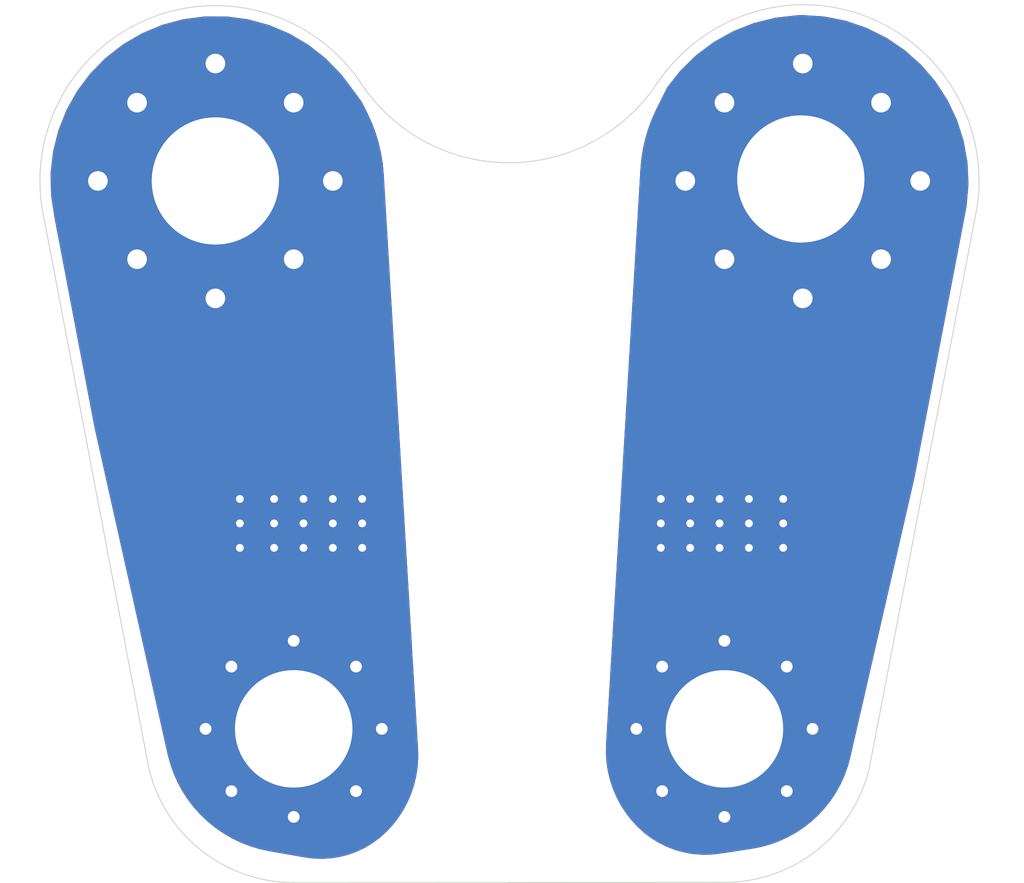
<source format=kicad_pcb>
(kicad_pcb (version 20171130) (host pcbnew 5.1.7-a382d34a8~88~ubuntu16.04.1)

  (general
    (thickness 1.6)
    (drawings 20)
    (tracks 46)
    (zones 0)
    (modules 6)
    (nets 3)
  )

  (page A4)
  (layers
    (0 F.Cu signal)
    (31 B.Cu signal)
    (32 B.Adhes user)
    (33 F.Adhes user)
    (34 B.Paste user)
    (35 F.Paste user)
    (36 B.SilkS user)
    (37 F.SilkS user)
    (38 B.Mask user)
    (39 F.Mask user)
    (40 Dwgs.User user hide)
    (41 Cmts.User user)
    (42 Eco1.User user hide)
    (43 Eco2.User user)
    (44 Edge.Cuts user)
    (45 Margin user)
    (46 B.CrtYd user hide)
    (47 F.CrtYd user)
    (48 B.Fab user hide)
    (49 F.Fab user hide)
  )

  (setup
    (last_trace_width 0.25)
    (trace_clearance 0.2)
    (zone_clearance 0.508)
    (zone_45_only no)
    (trace_min 0.2)
    (via_size 0.8)
    (via_drill 0.4)
    (via_min_size 0.4)
    (via_min_drill 0.3)
    (uvia_size 0.3)
    (uvia_drill 0.1)
    (uvias_allowed no)
    (uvia_min_size 0.2)
    (uvia_min_drill 0.1)
    (edge_width 0.05)
    (segment_width 0.2)
    (pcb_text_width 0.3)
    (pcb_text_size 1.5 1.5)
    (mod_edge_width 0.12)
    (mod_text_size 1 1)
    (mod_text_width 0.15)
    (pad_size 8 4)
    (pad_drill 0)
    (pad_to_mask_clearance 0)
    (aux_axis_origin 0 0)
    (visible_elements FFFFFF7F)
    (pcbplotparams
      (layerselection 0x010fc_ffffffff)
      (usegerberextensions false)
      (usegerberattributes true)
      (usegerberadvancedattributes true)
      (creategerberjobfile true)
      (excludeedgelayer true)
      (linewidth 0.100000)
      (plotframeref false)
      (viasonmask false)
      (mode 1)
      (useauxorigin false)
      (hpglpennumber 1)
      (hpglpenspeed 20)
      (hpglpendiameter 15.000000)
      (psnegative false)
      (psa4output false)
      (plotreference true)
      (plotvalue true)
      (plotinvisibletext false)
      (padsonsilk false)
      (subtractmaskfromsilk false)
      (outputformat 1)
      (mirror false)
      (drillshape 1)
      (scaleselection 1)
      (outputdirectory ""))
  )

  (net 0 "")
  (net 1 "Net-(J1-Pad1)")
  (net 2 "Net-(J2-Pad1)")

  (net_class Default "This is the default net class."
    (clearance 0.2)
    (trace_width 0.25)
    (via_dia 0.8)
    (via_drill 0.4)
    (uvia_dia 0.3)
    (uvia_drill 0.1)
    (add_net "Net-(J1-Pad1)")
    (add_net "Net-(J2-Pad1)")
  )

  (module Local:SMD_pad_connector (layer F.Cu) (tedit 613A66EC) (tstamp 613C4099)
    (at 126.35 84.2)
    (path /617A9DA1)
    (fp_text reference J6 (at 0 0.5) (layer F.SilkS) hide
      (effects (font (size 1 1) (thickness 0.15)))
    )
    (fp_text value Conn_01x01_Female (at 0 -0.5) (layer F.Fab) hide
      (effects (font (size 1 1) (thickness 0.15)))
    )
    (pad 1 smd rect (at -0.1 -2.7) (size 8 4) (layers F.Cu F.Mask)
      (net 1 "Net-(J1-Pad1)"))
  )

  (module Local:SMD_pad_connector (layer F.Cu) (tedit 613A6701) (tstamp 613C4094)
    (at 147.75 78.75 180)
    (path /617A8E50)
    (fp_text reference J5 (at 0 0.5) (layer F.SilkS) hide
      (effects (font (size 1 1) (thickness 0.15)))
    )
    (fp_text value Conn_01x01_Female (at 0 -0.5) (layer F.Fab) hide
      (effects (font (size 1 1) (thickness 0.15)))
    )
    (pad 1 smd rect (at -0.1 -2.7 180) (size 8 4) (layers F.Cu F.Mask)
      (net 2 "Net-(J2-Pad1)"))
  )

  (module MountingHole:MountingHole_6mm_Pad_Via (layer F.Cu) (tedit 613A5AAC) (tstamp 613BF538)
    (at 148 92 90)
    (descr "Mounting Hole 6mm")
    (tags "mounting hole 6mm")
    (path /617A1A4A)
    (attr virtual)
    (fp_text reference J4 (at 0 -7 90) (layer F.SilkS) hide
      (effects (font (size 1 1) (thickness 0.15)))
    )
    (fp_text value Conn_01x01_Female (at 0 7 90) (layer F.Fab)
      (effects (font (size 1 1) (thickness 0.15)))
    )
    (fp_text user %R (at 0.3 0 90) (layer F.Fab)
      (effects (font (size 1 1) (thickness 0.15)))
    )
    (fp_circle (center 0 0) (end 6 0) (layer Cmts.User) (width 0.15))
    (fp_circle (center 0 0) (end 6.25 0) (layer F.CrtYd) (width 0.05))
    (pad 1 thru_hole circle (at 3.181981 -3.181981 90) (size 0.9 0.9) (drill 0.6) (layers *.Cu *.Mask)
      (net 2 "Net-(J2-Pad1)"))
    (pad 1 thru_hole circle (at 0 -4.5 90) (size 0.9 0.9) (drill 0.6) (layers *.Cu *.Mask)
      (net 2 "Net-(J2-Pad1)"))
    (pad 1 thru_hole circle (at -3.181981 -3.181981 90) (size 0.9 0.9) (drill 0.6) (layers *.Cu *.Mask)
      (net 2 "Net-(J2-Pad1)"))
    (pad 1 thru_hole circle (at -4.5 0 90) (size 0.9 0.9) (drill 0.6) (layers *.Cu *.Mask)
      (net 2 "Net-(J2-Pad1)"))
    (pad 1 thru_hole circle (at -3.181981 3.181981 90) (size 0.9 0.9) (drill 0.6) (layers *.Cu *.Mask)
      (net 2 "Net-(J2-Pad1)"))
    (pad 1 thru_hole circle (at 0 4.5 90) (size 0.9 0.9) (drill 0.6) (layers *.Cu *.Mask)
      (net 2 "Net-(J2-Pad1)"))
    (pad 1 thru_hole circle (at 3.181981 3.181981 90) (size 0.9 0.9) (drill 0.6) (layers *.Cu *.Mask)
      (net 2 "Net-(J2-Pad1)"))
    (pad 1 thru_hole circle (at 4.5 0 90) (size 0.9 0.9) (drill 0.6) (layers *.Cu *.Mask)
      (net 2 "Net-(J2-Pad1)"))
    (pad 1 thru_hole circle (at 0 0 90) (size 11 11) (drill 6) (layers *.Cu *.Mask)
      (net 2 "Net-(J2-Pad1)"))
  )

  (module MountingHole:MountingHole_6mm_Pad_Via (layer F.Cu) (tedit 613A5AB5) (tstamp 613BF528)
    (at 126 92 90)
    (descr "Mounting Hole 6mm")
    (tags "mounting hole 6mm")
    (path /617A2272)
    (attr virtual)
    (fp_text reference J3 (at 0 -7 90) (layer F.SilkS) hide
      (effects (font (size 1 1) (thickness 0.15)))
    )
    (fp_text value Conn_01x01_Female (at 0 7 90) (layer F.Fab)
      (effects (font (size 1 1) (thickness 0.15)))
    )
    (fp_text user %R (at 0.3 0 90) (layer F.Fab)
      (effects (font (size 1 1) (thickness 0.15)))
    )
    (fp_circle (center 0 0) (end 6 0) (layer Cmts.User) (width 0.15))
    (fp_circle (center 0 0) (end 6.25 0) (layer F.CrtYd) (width 0.05))
    (pad 1 thru_hole circle (at 3.181981 -3.181981 90) (size 0.9 0.9) (drill 0.6) (layers *.Cu *.Mask)
      (net 1 "Net-(J1-Pad1)"))
    (pad 1 thru_hole circle (at 0 -4.5 90) (size 0.9 0.9) (drill 0.6) (layers *.Cu *.Mask)
      (net 1 "Net-(J1-Pad1)"))
    (pad 1 thru_hole circle (at -3.181981 -3.181981 90) (size 0.9 0.9) (drill 0.6) (layers *.Cu *.Mask)
      (net 1 "Net-(J1-Pad1)"))
    (pad 1 thru_hole circle (at -4.5 0 90) (size 0.9 0.9) (drill 0.6) (layers *.Cu *.Mask)
      (net 1 "Net-(J1-Pad1)"))
    (pad 1 thru_hole circle (at -3.181981 3.181981 90) (size 0.9 0.9) (drill 0.6) (layers *.Cu *.Mask)
      (net 1 "Net-(J1-Pad1)"))
    (pad 1 thru_hole circle (at 0 4.5 90) (size 0.9 0.9) (drill 0.6) (layers *.Cu *.Mask)
      (net 1 "Net-(J1-Pad1)"))
    (pad 1 thru_hole circle (at 3.181981 3.181981 90) (size 0.9 0.9) (drill 0.6) (layers *.Cu *.Mask)
      (net 1 "Net-(J1-Pad1)"))
    (pad 1 thru_hole circle (at 4.5 0 90) (size 0.9 0.9) (drill 0.6) (layers *.Cu *.Mask)
      (net 1 "Net-(J1-Pad1)"))
    (pad 1 thru_hole circle (at 0 0 90) (size 11 11) (drill 6) (layers *.Cu *.Mask)
      (net 1 "Net-(J1-Pad1)"))
  )

  (module Local:electronic_load_conn (layer F.Cu) (tedit 613A5883) (tstamp 613BF518)
    (at 152 64)
    (path /617A2BC0)
    (fp_text reference J2 (at 0 0.5) (layer F.SilkS) hide
      (effects (font (size 1 1) (thickness 0.15)))
    )
    (fp_text value Conn_01x01_Female (at 0 -0.5) (layer F.Fab) hide
      (effects (font (size 1 1) (thickness 0.15)))
    )
    (pad 1 thru_hole circle (at -0.1 -0.1) (size 16 16) (drill 6.5) (layers *.Cu *.Mask)
      (net 2 "Net-(J2-Pad1)"))
  )

  (module Local:electronic_load_conn (layer F.Cu) (tedit 613A5883) (tstamp 613BF513)
    (at 122.1 64.1)
    (path /617A325B)
    (fp_text reference J1 (at 0 0.5) (layer F.SilkS) hide
      (effects (font (size 1 1) (thickness 0.15)))
    )
    (fp_text value Conn_01x01_Female (at 0 -0.5) (layer F.Fab) hide
      (effects (font (size 1 1) (thickness 0.15)))
    )
    (pad 1 thru_hole circle (at -0.1 -0.1) (size 16 16) (drill 6.5) (layers *.Cu *.Mask)
      (net 1 "Net-(J1-Pad1)"))
  )

  (gr_line (start 144.605411 58.953691) (end 144.53563 59.040422) (layer Edge.Cuts) (width 0.05) (tstamp 613BFA0A))
  (gr_arc (start 152.000002 63.99178) (end 152.000002 54.99178) (angle 102.5288077) (layer Edge.Cuts) (width 0.05) (tstamp 613BF684))
  (gr_arc (start 152.104703 64.068859) (end 152.000002 54.99178) (angle -55.0417592) (layer Edge.Cuts) (width 0.05) (tstamp 613BF8E5))
  (gr_arc (start 136.995297 54) (end 129.395298 58.949999) (angle -113.1619671) (layer Edge.Cuts) (width 0.05) (tstamp 613BF9AB))
  (gr_circle (center 136.986122 54) (end 141.986122 46.5) (layer Eco1.User) (width 0.15) (tstamp 613BF8DD))
  (gr_circle (center 122 64) (end 127 56.5) (layer Eco1.User) (width 0.15) (tstamp 613BF8DB))
  (gr_circle (center 152 64) (end 157 56.5) (layer Eco1.User) (width 0.15))
  (dimension 36 (width 0.15) (layer Dwgs.User)
    (gr_text "36.000 mm" (at 183.3 82 270) (layer Dwgs.User)
      (effects (font (size 1 1) (thickness 0.15)))
    )
    (feature1 (pts (xy 152 100) (xy 182.586421 100)))
    (feature2 (pts (xy 152 64) (xy 182.586421 64)))
    (crossbar (pts (xy 182 64) (xy 182 100)))
    (arrow1a (pts (xy 182 100) (xy 181.413579 98.873496)))
    (arrow1b (pts (xy 182 100) (xy 182.586421 98.873496)))
    (arrow2a (pts (xy 182 64) (xy 181.413579 65.126504)))
    (arrow2b (pts (xy 182 64) (xy 182.586421 65.126504)))
  )
  (dimension 44.85 (width 0.15) (layer Dwgs.User)
    (gr_text "44.850 mm" (at 188.3 77.425 270) (layer Dwgs.User)
      (effects (font (size 1 1) (thickness 0.15)))
    )
    (feature1 (pts (xy 137 99.85) (xy 187.586421 99.85)))
    (feature2 (pts (xy 137 55) (xy 187.586421 55)))
    (crossbar (pts (xy 187 55) (xy 187 99.85)))
    (arrow1a (pts (xy 187 99.85) (xy 186.413579 98.723496)))
    (arrow1b (pts (xy 187 99.85) (xy 187.586421 98.723496)))
    (arrow2a (pts (xy 187 55) (xy 186.413579 56.126504)))
    (arrow2b (pts (xy 187 55) (xy 187.586421 56.126504)))
  )
  (gr_line (start 160.785686 65.944154) (end 155.400001 93.991779) (layer Edge.Cuts) (width 0.05) (tstamp 613BF687))
  (gr_arc (start 148.000002 92.24178) (end 155.400001 93.991779) (angle 76.69476349) (layer Edge.Cuts) (width 0.05) (tstamp 613BF681))
  (gr_line (start 137 99.85) (end 148.000001 99.84589) (layer Edge.Cuts) (width 0.05) (tstamp 613BF652))
  (gr_line (start 125.999999 99.85411) (end 137 99.85) (layer Edge.Cuts) (width 0.05))
  (gr_arc (start 126 92.25) (end 118.600001 93.999999) (angle -76.69476349) (layer Edge.Cuts) (width 0.05))
  (gr_line (start 113.254404 65.943462) (end 118.600001 93.999999) (layer Edge.Cuts) (width 0.05))
  (gr_arc (start 122 64) (end 129.4 58.95) (angle -158.2178888) (layer Edge.Cuts) (width 0.05))
  (gr_circle (center 122 64) (end 113 64) (layer Dwgs.User) (width 0.15))
  (gr_line (start 137 43) (end 137 106) (layer Dwgs.User) (width 0.05))
  (dimension 28 (width 0.15) (layer Dwgs.User)
    (gr_text "28.000 mm" (at 178.3 78 270) (layer Dwgs.User)
      (effects (font (size 1 1) (thickness 0.15)))
    )
    (feature1 (pts (xy 122 92) (xy 177.586421 92)))
    (feature2 (pts (xy 122 64) (xy 177.586421 64)))
    (crossbar (pts (xy 177 64) (xy 177 92)))
    (arrow1a (pts (xy 177 92) (xy 176.413579 90.873496)))
    (arrow1b (pts (xy 177 92) (xy 177.586421 90.873496)))
    (arrow2a (pts (xy 177 64) (xy 176.413579 65.126504)))
    (arrow2b (pts (xy 177 64) (xy 177.586421 65.126504)))
  )
  (dimension 30 (width 0.15) (layer Dwgs.User)
    (gr_text "30.000 mm" (at 137 41.7) (layer Dwgs.User)
      (effects (font (size 1 1) (thickness 0.15)))
    )
    (feature1 (pts (xy 152 64) (xy 152 42.413579)))
    (feature2 (pts (xy 122 64) (xy 122 42.413579)))
    (crossbar (pts (xy 122 43) (xy 152 43)))
    (arrow1a (pts (xy 152 43) (xy 150.873496 43.586421)))
    (arrow1b (pts (xy 152 43) (xy 150.873496 42.413579)))
    (arrow2a (pts (xy 122 43) (xy 123.126504 43.586421)))
    (arrow2b (pts (xy 122 43) (xy 123.126504 42.413579)))
  )

  (via (at 123.25 82.75) (size 0.8) (drill 0.4) (layers F.Cu B.Cu) (net 1))
  (via (at 125 82.75) (size 0.8) (drill 0.4) (layers F.Cu B.Cu) (net 1))
  (via (at 126.5 82.75) (size 0.8) (drill 0.4) (layers F.Cu B.Cu) (net 1))
  (via (at 128 82.75) (size 0.8) (drill 0.4) (layers F.Cu B.Cu) (net 1))
  (via (at 129.5 82.75) (size 0.8) (drill 0.4) (layers F.Cu B.Cu) (net 1))
  (via (at 122 58) (size 2) (drill 1) (layers F.Cu B.Cu) (net 1))
  (via (at 128 64) (size 2) (drill 1) (layers F.Cu B.Cu) (net 1) (tstamp 613BF777))
  (via (at 116 64) (size 2) (drill 1) (layers F.Cu B.Cu) (net 1) (tstamp 613BF779))
  (via (at 122 70) (size 2) (drill 1) (layers F.Cu B.Cu) (net 1) (tstamp 613BF77B))
  (via (at 126 68) (size 2) (drill 1) (layers F.Cu B.Cu) (net 1) (tstamp 613BF77D))
  (via (at 126 60) (size 2) (drill 1) (layers F.Cu B.Cu) (net 1) (tstamp 613BF77F))
  (via (at 118 60) (size 2) (drill 1) (layers F.Cu B.Cu) (net 1) (tstamp 613BF781))
  (via (at 118 68) (size 2) (drill 1) (layers F.Cu B.Cu) (net 1) (tstamp 613BF783))
  (via (at 126.5 81.5) (size 0.8) (drill 0.4) (layers F.Cu B.Cu) (net 1) (tstamp 613C4361))
  (via (at 129.5 81.5) (size 0.8) (drill 0.4) (layers F.Cu B.Cu) (net 1) (tstamp 613C4362))
  (via (at 123.25 81.5) (size 0.8) (drill 0.4) (layers F.Cu B.Cu) (net 1) (tstamp 613C4363))
  (via (at 125 81.5) (size 0.8) (drill 0.4) (layers F.Cu B.Cu) (net 1) (tstamp 613C4364))
  (via (at 128 81.5) (size 0.8) (drill 0.4) (layers F.Cu B.Cu) (net 1) (tstamp 613C4365))
  (via (at 129.5 80.25) (size 0.8) (drill 0.4) (layers F.Cu B.Cu) (net 1) (tstamp 613C436B))
  (via (at 126.5 80.25) (size 0.8) (drill 0.4) (layers F.Cu B.Cu) (net 1) (tstamp 613C436C))
  (via (at 128 80.25) (size 0.8) (drill 0.4) (layers F.Cu B.Cu) (net 1) (tstamp 613C436D))
  (via (at 123.25 80.25) (size 0.8) (drill 0.4) (layers F.Cu B.Cu) (net 1) (tstamp 613C436E))
  (via (at 125 80.25) (size 0.8) (drill 0.4) (layers F.Cu B.Cu) (net 1) (tstamp 613C436F))
  (via (at 147.75 80.25) (size 0.8) (drill 0.4) (layers F.Cu B.Cu) (net 2) (tstamp 613C4375))
  (via (at 144.75 80.25) (size 0.8) (drill 0.4) (layers F.Cu B.Cu) (net 2) (tstamp 613C4376))
  (via (at 149.25 82.75) (size 0.8) (drill 0.4) (layers F.Cu B.Cu) (net 2) (tstamp 613C4377))
  (via (at 144.75 81.5) (size 0.8) (drill 0.4) (layers F.Cu B.Cu) (net 2) (tstamp 613C4378))
  (via (at 147.75 82.75) (size 0.8) (drill 0.4) (layers F.Cu B.Cu) (net 2) (tstamp 613C4379))
  (via (at 144.75 82.75) (size 0.8) (drill 0.4) (layers F.Cu B.Cu) (net 2) (tstamp 613C437A))
  (via (at 147.75 81.5) (size 0.8) (drill 0.4) (layers F.Cu B.Cu) (net 2) (tstamp 613C437B))
  (via (at 146.25 81.5) (size 0.8) (drill 0.4) (layers F.Cu B.Cu) (net 2) (tstamp 613C437C))
  (via (at 151 81.5) (size 0.8) (drill 0.4) (layers F.Cu B.Cu) (net 2) (tstamp 613C437D))
  (via (at 149.25 81.5) (size 0.8) (drill 0.4) (layers F.Cu B.Cu) (net 2) (tstamp 613C437E))
  (via (at 151 80.25) (size 0.8) (drill 0.4) (layers F.Cu B.Cu) (net 2) (tstamp 613C437F))
  (via (at 149.25 80.25) (size 0.8) (drill 0.4) (layers F.Cu B.Cu) (net 2) (tstamp 613C4380))
  (via (at 146.25 82.75) (size 0.8) (drill 0.4) (layers F.Cu B.Cu) (net 2) (tstamp 613C4381))
  (via (at 151 82.75) (size 0.8) (drill 0.4) (layers F.Cu B.Cu) (net 2) (tstamp 613C4382))
  (via (at 146.25 80.25) (size 0.8) (drill 0.4) (layers F.Cu B.Cu) (net 2) (tstamp 613C4387))
  (via (at 152 58) (size 2) (drill 1) (layers F.Cu B.Cu) (net 2) (tstamp 613BF785))
  (via (at 152 70) (size 2) (drill 1) (layers F.Cu B.Cu) (net 2) (tstamp 613BF788))
  (via (at 158 64) (size 2) (drill 1) (layers F.Cu B.Cu) (net 2) (tstamp 613BF78A))
  (via (at 146 64) (size 2) (drill 1) (layers F.Cu B.Cu) (net 2) (tstamp 613BF78C))
  (via (at 148 68) (size 2) (drill 1) (layers F.Cu B.Cu) (net 2) (tstamp 613BF78E))
  (via (at 148 60) (size 2) (drill 1) (layers F.Cu B.Cu) (net 2) (tstamp 613BF790))
  (via (at 156 60) (size 2) (drill 1) (layers F.Cu B.Cu) (net 2) (tstamp 613BF792))
  (via (at 156 68) (size 2) (drill 1) (layers F.Cu B.Cu) (net 2) (tstamp 613BF794))

  (zone (net 1) (net_name "Net-(J1-Pad1)") (layer F.Cu) (tstamp 0) (hatch edge 0.508)
    (connect_pads yes (clearance 0.508))
    (min_thickness 0.254)
    (fill yes (arc_segments 32) (thermal_gap 0.508) (thermal_bridge_width 0.508) (smoothing fillet) (radius 8))
    (polygon
      (pts
        (xy 130.5 62) (xy 132.5 95.5) (xy 129 99) (xy 120.5 97.5) (xy 111 55)
        (xy 127 55)
      )
    )
    (filled_polygon
      (pts
        (xy 122.560195 55.721453) (xy 123.650165 55.868264) (xy 124.711146 56.157943) (xy 125.724492 56.585398) (xy 126.6724 57.143117)
        (xy 127.538223 57.821306) (xy 128.309536 58.610906) (xy 128.831809 59.29352) (xy 128.864463 59.342191) (xy 129.373802 60.031584)
        (xy 129.652725 60.589429) (xy 129.874569 61.073175) (xy 130.062592 61.568724) (xy 130.216854 62.075829) (xy 130.33664 62.592137)
        (xy 130.421415 63.115343) (xy 130.470996 63.645224) (xy 132.225574 93.034405) (xy 132.233516 93.491322) (xy 132.203046 93.944582)
        (xy 132.134427 94.39366) (xy 132.028152 94.835337) (xy 131.884972 95.266482) (xy 131.705922 95.683984) (xy 131.492265 96.084899)
        (xy 131.24554 96.466339) (xy 130.967488 96.82561) (xy 130.660362 97.15985) (xy 130.331451 97.458608) (xy 129.975699 97.724248)
        (xy 129.596131 97.954558) (xy 129.196231 98.147424) (xy 128.77968 98.301067) (xy 128.350322 98.414073) (xy 127.912113 98.485399)
        (xy 127.469072 98.514391) (xy 127.025303 98.50078) (xy 126.581874 98.444309) (xy 124.774502 98.125361) (xy 124.286014 98.01926)
        (xy 123.809708 97.875935) (xy 123.346082 97.695734) (xy 122.898004 97.479772) (xy 122.468227 97.22938) (xy 122.059372 96.946082)
        (xy 121.673971 96.631633) (xy 121.314388 96.287961) (xy 120.982823 95.917169) (xy 120.681333 95.521556) (xy 120.411748 95.103525)
        (xy 120.175746 94.66568) (xy 119.974767 94.210691) (xy 119.81004 93.741338) (xy 119.681952 93.258135) (xy 115.946794 76.548215)
        (xy 113.904964 65.831605) (xy 113.733202 64.712897) (xy 113.711537 63.613298) (xy 113.835489 62.520493) (xy 114.102885 61.453683)
        (xy 114.509023 60.431607) (xy 115.046773 59.47222) (xy 115.706679 58.592388) (xy 116.477155 57.807558) (xy 117.34466 57.131524)
        (xy 118.293953 56.576162) (xy 119.308359 56.151227) (xy 120.370058 55.864187) (xy 121.460386 55.720085)
      )
    )
  )
  (zone (net 1) (net_name "Net-(J1-Pad1)") (layer B.Cu) (tstamp 613BF81B) (hatch edge 0.508)
    (connect_pads yes (clearance 0.508))
    (min_thickness 0.254)
    (fill yes (arc_segments 32) (thermal_gap 0.508) (thermal_bridge_width 0.508) (smoothing fillet) (radius 8))
    (polygon
      (pts
        (xy 130.5 62.008378) (xy 132.5 95.5) (xy 129 99) (xy 120.5 97.5) (xy 111 55)
        (xy 127 55)
      )
    )
    (filled_polygon
      (pts
        (xy 122.560195 55.721453) (xy 123.650165 55.868264) (xy 124.711146 56.157943) (xy 125.724492 56.585398) (xy 126.6724 57.143117)
        (xy 127.538223 57.821306) (xy 128.309536 58.610906) (xy 128.831809 59.29352) (xy 128.864463 59.342191) (xy 129.364625 60.019162)
        (xy 129.654318 60.599242) (xy 129.875681 61.082496) (xy 130.063299 61.577509) (xy 130.217231 62.084025) (xy 130.336779 62.59975)
        (xy 130.421391 63.122313) (xy 130.470898 63.651538) (xy 132.225538 93.034409) (xy 132.233486 93.491326) (xy 132.203021 93.944586)
        (xy 132.134408 94.39366) (xy 132.028137 94.835339) (xy 131.884963 95.26648) (xy 131.705913 95.68399) (xy 131.492263 96.084896)
        (xy 131.245533 96.466346) (xy 130.967492 96.825605) (xy 130.660362 97.15985) (xy 130.331451 97.458608) (xy 129.975699 97.724248)
        (xy 129.596131 97.954558) (xy 129.196231 98.147424) (xy 128.77968 98.301067) (xy 128.350322 98.414073) (xy 127.912113 98.485399)
        (xy 127.469072 98.514391) (xy 127.025303 98.50078) (xy 126.581874 98.444309) (xy 124.774502 98.125361) (xy 124.286014 98.01926)
        (xy 123.809708 97.875935) (xy 123.346082 97.695734) (xy 122.898004 97.479772) (xy 122.468227 97.22938) (xy 122.059372 96.946082)
        (xy 121.673971 96.631633) (xy 121.314388 96.287961) (xy 120.982823 95.917169) (xy 120.681333 95.521556) (xy 120.411748 95.103525)
        (xy 120.175746 94.66568) (xy 119.974767 94.210691) (xy 119.81004 93.741338) (xy 119.681952 93.258135) (xy 115.946794 76.548215)
        (xy 113.904964 65.831605) (xy 113.733202 64.712897) (xy 113.711537 63.613298) (xy 113.835489 62.520493) (xy 114.102885 61.453683)
        (xy 114.509023 60.431607) (xy 115.046773 59.47222) (xy 115.706679 58.592388) (xy 116.477155 57.807558) (xy 117.34466 57.131524)
        (xy 118.293953 56.576162) (xy 119.308359 56.151227) (xy 120.370058 55.864187) (xy 121.460386 55.720085)
      )
    )
  )
  (zone (net 2) (net_name "Net-(J2-Pad1)") (layer B.Cu) (tstamp 613BFAA9) (hatch edge 0.508)
    (connect_pads yes (clearance 0.508))
    (min_thickness 0.254)
    (fill yes (arc_segments 32) (thermal_gap 0.508) (thermal_bridge_width 0.508) (smoothing fillet) (radius 8))
    (polygon
      (pts
        (xy 143.805728 61.754048) (xy 141.805728 95.254048) (xy 145.305728 98.754048) (xy 153.5 97.5) (xy 163.305728 54.754048)
        (xy 147.305728 54.754048)
      )
    )
    (filled_polygon
      (pts
        (xy 153.102828 55.726484) (xy 154.186281 55.944947) (xy 155.231315 56.304781) (xy 156.21959 56.799672) (xy 157.133725 57.420917)
        (xy 157.957663 58.157603) (xy 158.676939 58.996797) (xy 159.278903 59.92374) (xy 159.752986 60.922156) (xy 160.090858 61.974504)
        (xy 160.28658 63.062286) (xy 160.336718 64.16641) (xy 160.239416 65.278594) (xy 160.137307 65.820839) (xy 157.571398 79.183609)
        (xy 154.303516 93.429233) (xy 154.178265 93.890263) (xy 154.017628 94.337481) (xy 153.821955 94.770519) (xy 153.592479 95.186644)
        (xy 153.330653 95.583217) (xy 153.038146 95.957714) (xy 152.71679 96.307789) (xy 152.368637 96.631207) (xy 151.995877 96.925931)
        (xy 151.60086 97.190107) (xy 151.186111 97.422043) (xy 150.754239 97.620282) (xy 150.307965 97.783572) (xy 149.850139 97.910873)
        (xy 149.381142 98.00187) (xy 147.735866 98.253662) (xy 147.289221 98.300732) (xy 146.843137 98.305761) (xy 146.398523 98.269018)
        (xy 145.959316 98.190828) (xy 145.529353 98.071876) (xy 145.112399 97.913202) (xy 144.712139 97.716209) (xy 144.332053 97.48261)
        (xy 143.975515 97.214478) (xy 143.645413 96.91395) (xy 143.33824 96.579658) (xy 143.060188 96.220387) (xy 142.813463 95.838947)
        (xy 142.599806 95.438032) (xy 142.420756 95.02053) (xy 142.277576 94.589385) (xy 142.171301 94.147708) (xy 142.102682 93.69863)
        (xy 142.072212 93.24537) (xy 142.080154 92.788453) (xy 143.834732 63.399272) (xy 143.884313 62.869391) (xy 143.969088 62.346185)
        (xy 144.088874 61.829877) (xy 144.243136 61.322772) (xy 144.431159 60.827223) (xy 144.653003 60.343477) (xy 145.178577 59.292329)
        (xy 145.840151 58.448514) (xy 146.638507 57.669359) (xy 147.532896 57.002638) (xy 148.507615 56.460057) (xy 149.545519 56.051161)
        (xy 150.6284 55.783122) (xy 151.753733 55.658832) (xy 151.987217 55.652385)
      )
    )
  )
  (zone (net 2) (net_name "Net-(J2-Pad1)") (layer F.Cu) (tstamp 613BFAD2) (hatch edge 0.508)
    (connect_pads yes (clearance 0.508))
    (min_thickness 0.254)
    (fill yes (arc_segments 32) (thermal_gap 0.508) (thermal_bridge_width 0.508) (smoothing fillet) (radius 8))
    (polygon
      (pts
        (xy 143.805728 61.753723) (xy 141.805728 95.253723) (xy 145.305728 98.753723) (xy 153.5 97.499675) (xy 163.305728 54.753723)
        (xy 147.305728 54.753723)
      )
    )
    (filled_polygon
      (pts
        (xy 153.102828 55.726484) (xy 154.186281 55.944947) (xy 155.231315 56.304781) (xy 156.21959 56.799672) (xy 157.133725 57.420917)
        (xy 157.957663 58.157603) (xy 158.676939 58.996797) (xy 159.278903 59.92374) (xy 159.752986 60.922156) (xy 160.090858 61.974504)
        (xy 160.28658 63.062286) (xy 160.336718 64.16641) (xy 160.239416 65.278594) (xy 160.137307 65.820839) (xy 157.571781 79.181614)
        (xy 154.303516 93.428908) (xy 154.178265 93.889938) (xy 154.017628 94.337156) (xy 153.821955 94.770194) (xy 153.592479 95.186319)
        (xy 153.330653 95.582892) (xy 153.038146 95.957389) (xy 152.71679 96.307464) (xy 152.368637 96.630882) (xy 151.995877 96.925606)
        (xy 151.60086 97.189782) (xy 151.186111 97.421718) (xy 150.754239 97.619957) (xy 150.307965 97.783247) (xy 149.850139 97.910548)
        (xy 149.381142 98.001545) (xy 147.735866 98.253337) (xy 147.289221 98.300407) (xy 146.843137 98.305436) (xy 146.398523 98.268693)
        (xy 145.959316 98.190503) (xy 145.529353 98.071551) (xy 145.112399 97.912877) (xy 144.712139 97.715884) (xy 144.332053 97.482285)
        (xy 143.975515 97.214153) (xy 143.645413 96.913625) (xy 143.33824 96.579333) (xy 143.060188 96.220062) (xy 142.813463 95.838622)
        (xy 142.599806 95.437707) (xy 142.420756 95.020205) (xy 142.277576 94.58906) (xy 142.171301 94.147383) (xy 142.102682 93.698305)
        (xy 142.072212 93.245045) (xy 142.080154 92.788128) (xy 143.834732 63.398947) (xy 143.884313 62.869066) (xy 143.969088 62.34586)
        (xy 144.088874 61.829552) (xy 144.243136 61.322447) (xy 144.431159 60.826898) (xy 144.653003 60.343152) (xy 145.178129 59.292901)
        (xy 145.840151 58.448514) (xy 146.638507 57.669359) (xy 147.532896 57.002638) (xy 148.507615 56.460057) (xy 149.545519 56.051161)
        (xy 150.6284 55.783122) (xy 151.753733 55.658832) (xy 151.987217 55.652385)
      )
    )
  )
)

</source>
